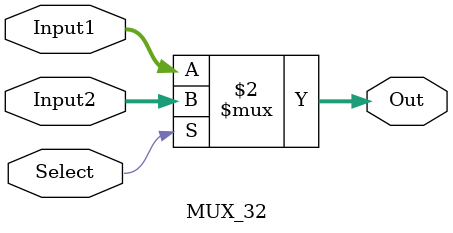
<source format=v>
`timescale 1ns / 1ps
module MUX_32(
		input [31:0] Input1, Input2,
		input Select,
		output [31:0] Out
    );
	 
	 assign Out = (Select==1'b0) ? Input1 : Input2;
	 
	 //if(Select==0) assign Out=Input1;
	 //else assign Out=Input2;
	 


endmodule

</source>
